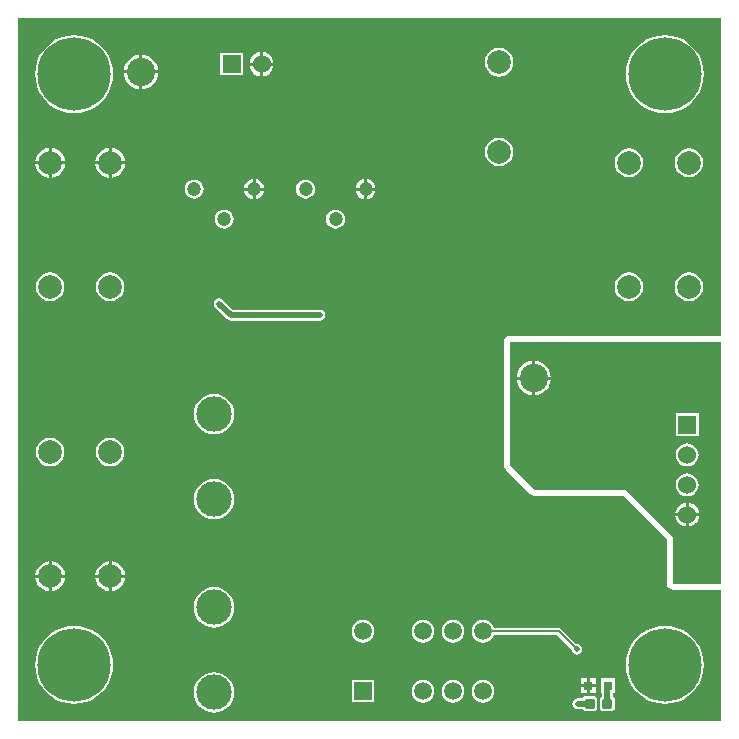
<source format=gbl>
G04*
G04 #@! TF.GenerationSoftware,Altium Limited,Altium Designer,20.1.11 (218)*
G04*
G04 Layer_Physical_Order=2*
G04 Layer_Color=16711680*
%FSLAX24Y24*%
%MOIN*%
G70*
G04*
G04 #@! TF.SameCoordinates,CE7CCB8B-9279-4727-9A7C-73EE909CC9FE*
G04*
G04*
G04 #@! TF.FilePolarity,Positive*
G04*
G01*
G75*
%ADD17C,0.0080*%
G04:AMPARAMS|DCode=20|XSize=35mil|YSize=34mil|CornerRadius=6mil|HoleSize=0mil|Usage=FLASHONLY|Rotation=180.000|XOffset=0mil|YOffset=0mil|HoleType=Round|Shape=RoundedRectangle|*
%AMROUNDEDRECTD20*
21,1,0.0350,0.0221,0,0,180.0*
21,1,0.0231,0.0340,0,0,180.0*
1,1,0.0119,-0.0116,0.0111*
1,1,0.0119,0.0116,0.0111*
1,1,0.0119,0.0116,-0.0111*
1,1,0.0119,-0.0116,-0.0111*
%
%ADD20ROUNDEDRECTD20*%
%ADD75R,0.0315X0.0315*%
%ADD85C,0.0200*%
%ADD86C,0.0600*%
%ADD87R,0.0600X0.0600*%
%ADD88C,0.0787*%
%ADD89C,0.2441*%
%ADD90C,0.0472*%
%ADD91C,0.0945*%
%ADD92C,0.0591*%
%ADD93R,0.0591X0.0591*%
%ADD94R,0.0600X0.0600*%
%ADD95C,0.1181*%
%ADD96C,0.0197*%
G36*
X23542Y4669D02*
X21928Y4669D01*
X21928Y6239D01*
X20363Y7804D01*
X17299Y7804D01*
X16490Y8613D01*
X16490Y12739D01*
X23542D01*
Y4669D01*
D02*
G37*
G36*
Y12943D02*
X16490D01*
X16412Y12928D01*
X16345Y12884D01*
X16301Y12817D01*
X16286Y12739D01*
X16286Y8613D01*
Y8613D01*
Y8613D01*
X16292Y8582D01*
X16301Y8535D01*
X16301Y8535D01*
Y8535D01*
X16314Y8516D01*
X16345Y8469D01*
X16345Y8469D01*
X17154Y7660D01*
X17154Y7660D01*
X17221Y7616D01*
X17221D01*
X17221Y7616D01*
X17247Y7610D01*
X17299Y7600D01*
X20279Y7600D01*
X21724Y6155D01*
X21724Y4669D01*
X21727Y4654D01*
X21739Y4591D01*
X21784Y4525D01*
X21784D01*
Y4525D01*
X21850Y4481D01*
X21912Y4468D01*
X21928Y4465D01*
X21928D01*
D01*
D01*
X23542Y4465D01*
Y80D01*
X80D01*
X80Y23542D01*
X23542D01*
Y12943D01*
D02*
G37*
%LPC*%
G36*
X17333Y12097D02*
Y11576D01*
X17854D01*
X17841Y11675D01*
X17783Y11815D01*
X17691Y11934D01*
X17572Y12026D01*
X17433Y12084D01*
X17333Y12097D01*
D02*
G37*
G36*
X17233D02*
X17134Y12084D01*
X16994Y12026D01*
X16875Y11934D01*
X16783Y11815D01*
X16725Y11675D01*
X16712Y11576D01*
X17233D01*
Y12097D01*
D02*
G37*
G36*
X17854Y11476D02*
X17333D01*
Y10955D01*
X17433Y10968D01*
X17572Y11026D01*
X17691Y11118D01*
X17783Y11237D01*
X17841Y11377D01*
X17854Y11476D01*
D02*
G37*
G36*
X17233D02*
X16712D01*
X16725Y11377D01*
X16783Y11237D01*
X16875Y11118D01*
X16994Y11026D01*
X17134Y10968D01*
X17233Y10955D01*
Y11476D01*
D02*
G37*
G36*
X22780Y10350D02*
X22020D01*
Y9590D01*
X22780D01*
Y10350D01*
D02*
G37*
G36*
X22400Y9353D02*
X22301Y9340D01*
X22208Y9302D01*
X22129Y9241D01*
X22068Y9162D01*
X22030Y9069D01*
X22017Y8970D01*
X22030Y8871D01*
X22068Y8778D01*
X22129Y8699D01*
X22208Y8638D01*
X22301Y8600D01*
X22400Y8587D01*
X22499Y8600D01*
X22592Y8638D01*
X22671Y8699D01*
X22732Y8778D01*
X22770Y8871D01*
X22783Y8970D01*
X22770Y9069D01*
X22732Y9162D01*
X22671Y9241D01*
X22592Y9302D01*
X22499Y9340D01*
X22400Y9353D01*
D02*
G37*
G36*
Y8353D02*
X22301Y8340D01*
X22208Y8302D01*
X22129Y8241D01*
X22068Y8162D01*
X22030Y8069D01*
X22017Y7970D01*
X22030Y7871D01*
X22068Y7778D01*
X22129Y7699D01*
X22208Y7638D01*
X22301Y7600D01*
X22400Y7587D01*
X22499Y7600D01*
X22592Y7638D01*
X22671Y7699D01*
X22732Y7778D01*
X22770Y7871D01*
X22783Y7970D01*
X22770Y8069D01*
X22732Y8162D01*
X22671Y8241D01*
X22592Y8302D01*
X22499Y8340D01*
X22400Y8353D01*
D02*
G37*
G36*
X22450Y7371D02*
Y7024D01*
X22797D01*
X22790Y7078D01*
X22749Y7176D01*
X22685Y7259D01*
X22602Y7323D01*
X22504Y7364D01*
X22450Y7371D01*
D02*
G37*
G36*
X22350D02*
X22296Y7364D01*
X22198Y7323D01*
X22115Y7259D01*
X22051Y7176D01*
X22010Y7078D01*
X22003Y7024D01*
X22350D01*
Y7371D01*
D02*
G37*
G36*
X22797Y6924D02*
X22450D01*
Y6577D01*
X22504Y6584D01*
X22602Y6625D01*
X22685Y6689D01*
X22749Y6772D01*
X22790Y6870D01*
X22797Y6924D01*
D02*
G37*
G36*
X22350D02*
X22003D01*
X22010Y6870D01*
X22051Y6772D01*
X22115Y6689D01*
X22198Y6625D01*
X22296Y6584D01*
X22350Y6577D01*
Y6924D01*
D02*
G37*
G36*
X8260Y22388D02*
Y22042D01*
X8607D01*
X8600Y22096D01*
X8559Y22193D01*
X8495Y22277D01*
X8412Y22341D01*
X8314Y22381D01*
X8260Y22388D01*
D02*
G37*
G36*
X8160Y22388D02*
X8105Y22381D01*
X8008Y22341D01*
X7925Y22277D01*
X7860Y22193D01*
X7820Y22096D01*
X7813Y22042D01*
X8160D01*
Y22388D01*
D02*
G37*
G36*
X4242Y22301D02*
Y21780D01*
X4763D01*
X4750Y21879D01*
X4692Y22018D01*
X4600Y22138D01*
X4481Y22230D01*
X4341Y22287D01*
X4242Y22301D01*
D02*
G37*
G36*
X4142D02*
X4042Y22287D01*
X3903Y22230D01*
X3784Y22138D01*
X3692Y22018D01*
X3634Y21879D01*
X3621Y21780D01*
X4142D01*
Y22301D01*
D02*
G37*
G36*
X7590Y22372D02*
X6830D01*
Y21612D01*
X7590D01*
Y22372D01*
D02*
G37*
G36*
X8607Y21942D02*
X8260D01*
Y21595D01*
X8314Y21602D01*
X8412Y21642D01*
X8495Y21706D01*
X8559Y21790D01*
X8600Y21887D01*
X8607Y21942D01*
D02*
G37*
G36*
X8160D02*
X7813D01*
X7820Y21887D01*
X7860Y21790D01*
X7925Y21706D01*
X8008Y21642D01*
X8105Y21602D01*
X8160Y21595D01*
Y21942D01*
D02*
G37*
G36*
X16130Y22531D02*
X16007Y22515D01*
X15892Y22467D01*
X15793Y22391D01*
X15717Y22292D01*
X15669Y22177D01*
X15653Y22053D01*
X15669Y21929D01*
X15717Y21814D01*
X15793Y21715D01*
X15892Y21639D01*
X16007Y21592D01*
X16130Y21575D01*
X16254Y21592D01*
X16369Y21639D01*
X16468Y21715D01*
X16544Y21814D01*
X16592Y21929D01*
X16608Y22053D01*
X16592Y22177D01*
X16544Y22292D01*
X16468Y22391D01*
X16369Y22467D01*
X16254Y22515D01*
X16130Y22531D01*
D02*
G37*
G36*
X4763Y21680D02*
X4242D01*
Y21159D01*
X4341Y21172D01*
X4481Y21230D01*
X4600Y21321D01*
X4692Y21441D01*
X4750Y21580D01*
X4763Y21680D01*
D02*
G37*
G36*
X4142D02*
X3621D01*
X3634Y21580D01*
X3692Y21441D01*
X3784Y21321D01*
X3903Y21230D01*
X4042Y21172D01*
X4142Y21159D01*
Y21680D01*
D02*
G37*
G36*
X21654Y22958D02*
X21449Y22942D01*
X21250Y22894D01*
X21061Y22816D01*
X20887Y22709D01*
X20731Y22576D01*
X20598Y22420D01*
X20491Y22246D01*
X20413Y22057D01*
X20365Y21858D01*
X20349Y21654D01*
X20365Y21449D01*
X20413Y21250D01*
X20491Y21061D01*
X20598Y20887D01*
X20731Y20731D01*
X20887Y20598D01*
X21061Y20491D01*
X21250Y20413D01*
X21449Y20365D01*
X21654Y20349D01*
X21858Y20365D01*
X22057Y20413D01*
X22246Y20491D01*
X22420Y20598D01*
X22576Y20731D01*
X22709Y20887D01*
X22816Y21061D01*
X22894Y21250D01*
X22942Y21449D01*
X22958Y21654D01*
X22942Y21858D01*
X22894Y22057D01*
X22816Y22246D01*
X22709Y22420D01*
X22576Y22576D01*
X22420Y22709D01*
X22246Y22816D01*
X22057Y22894D01*
X21858Y22942D01*
X21654Y22958D01*
D02*
G37*
G36*
X1969D02*
X1764Y22942D01*
X1565Y22894D01*
X1376Y22816D01*
X1202Y22709D01*
X1046Y22576D01*
X913Y22420D01*
X806Y22246D01*
X728Y22057D01*
X680Y21858D01*
X664Y21654D01*
X680Y21449D01*
X728Y21250D01*
X806Y21061D01*
X913Y20887D01*
X1046Y20731D01*
X1202Y20598D01*
X1376Y20491D01*
X1565Y20413D01*
X1764Y20365D01*
X1969Y20349D01*
X2173Y20365D01*
X2372Y20413D01*
X2561Y20491D01*
X2735Y20598D01*
X2891Y20731D01*
X3024Y20887D01*
X3131Y21061D01*
X3209Y21250D01*
X3257Y21449D01*
X3273Y21654D01*
X3257Y21858D01*
X3209Y22057D01*
X3131Y22246D01*
X3024Y22420D01*
X2891Y22576D01*
X2735Y22709D01*
X2561Y22816D01*
X2372Y22894D01*
X2173Y22942D01*
X1969Y22958D01*
D02*
G37*
G36*
X3215Y19192D02*
Y18751D01*
X3657D01*
X3646Y18830D01*
X3597Y18950D01*
X3517Y19053D01*
X3414Y19132D01*
X3294Y19182D01*
X3215Y19192D01*
D02*
G37*
G36*
X1215D02*
Y18751D01*
X1657D01*
X1646Y18830D01*
X1597Y18950D01*
X1517Y19053D01*
X1414Y19132D01*
X1294Y19182D01*
X1215Y19192D01*
D02*
G37*
G36*
X3115D02*
X3036Y19182D01*
X2916Y19132D01*
X2813Y19053D01*
X2734Y18950D01*
X2684Y18830D01*
X2674Y18751D01*
X3115D01*
Y19192D01*
D02*
G37*
G36*
X1115D02*
X1036Y19182D01*
X916Y19132D01*
X813Y19053D01*
X734Y18950D01*
X684Y18830D01*
X674Y18751D01*
X1115D01*
Y19192D01*
D02*
G37*
G36*
X16130Y19539D02*
X16007Y19522D01*
X15892Y19475D01*
X15793Y19399D01*
X15717Y19300D01*
X15669Y19185D01*
X15653Y19061D01*
X15669Y18937D01*
X15717Y18822D01*
X15793Y18723D01*
X15892Y18647D01*
X16007Y18599D01*
X16130Y18583D01*
X16254Y18599D01*
X16369Y18647D01*
X16468Y18723D01*
X16544Y18822D01*
X16592Y18937D01*
X16608Y19061D01*
X16592Y19185D01*
X16544Y19300D01*
X16468Y19399D01*
X16369Y19475D01*
X16254Y19522D01*
X16130Y19539D01*
D02*
G37*
G36*
X22457Y19179D02*
X22333Y19162D01*
X22218Y19115D01*
X22119Y19039D01*
X22043Y18940D01*
X21995Y18824D01*
X21979Y18701D01*
X21995Y18577D01*
X22043Y18462D01*
X22119Y18363D01*
X22218Y18287D01*
X22333Y18239D01*
X22457Y18223D01*
X22580Y18239D01*
X22696Y18287D01*
X22795Y18363D01*
X22870Y18462D01*
X22918Y18577D01*
X22934Y18701D01*
X22918Y18824D01*
X22870Y18940D01*
X22795Y19039D01*
X22696Y19115D01*
X22580Y19162D01*
X22457Y19179D01*
D02*
G37*
G36*
X20457D02*
X20333Y19162D01*
X20218Y19115D01*
X20119Y19039D01*
X20043Y18940D01*
X19995Y18824D01*
X19979Y18701D01*
X19995Y18577D01*
X20043Y18462D01*
X20119Y18363D01*
X20218Y18287D01*
X20333Y18239D01*
X20457Y18223D01*
X20580Y18239D01*
X20696Y18287D01*
X20795Y18363D01*
X20870Y18462D01*
X20918Y18577D01*
X20934Y18701D01*
X20918Y18824D01*
X20870Y18940D01*
X20795Y19039D01*
X20696Y19115D01*
X20580Y19162D01*
X20457Y19179D01*
D02*
G37*
G36*
X3657Y18651D02*
X3215D01*
Y18209D01*
X3294Y18220D01*
X3414Y18270D01*
X3517Y18349D01*
X3597Y18452D01*
X3646Y18572D01*
X3657Y18651D01*
D02*
G37*
G36*
X1657D02*
X1215D01*
Y18209D01*
X1294Y18220D01*
X1414Y18270D01*
X1517Y18349D01*
X1597Y18452D01*
X1646Y18572D01*
X1657Y18651D01*
D02*
G37*
G36*
X3115D02*
X2674D01*
X2684Y18572D01*
X2734Y18452D01*
X2813Y18349D01*
X2916Y18270D01*
X3036Y18220D01*
X3115Y18209D01*
Y18651D01*
D02*
G37*
G36*
X1115D02*
X674D01*
X684Y18572D01*
X734Y18452D01*
X813Y18349D01*
X916Y18270D01*
X1036Y18220D01*
X1115Y18209D01*
Y18651D01*
D02*
G37*
G36*
X11727Y18156D02*
Y17873D01*
X12009D01*
X12004Y17911D01*
X11970Y17993D01*
X11916Y18063D01*
X11846Y18117D01*
X11764Y18151D01*
X11727Y18156D01*
D02*
G37*
G36*
X11627D02*
X11589Y18151D01*
X11507Y18117D01*
X11437Y18063D01*
X11383Y17993D01*
X11349Y17911D01*
X11344Y17873D01*
X11627D01*
Y18156D01*
D02*
G37*
G36*
X8017D02*
Y17873D01*
X8300D01*
X8295Y17911D01*
X8261Y17993D01*
X8207Y18063D01*
X8137Y18117D01*
X8055Y18151D01*
X8017Y18156D01*
D02*
G37*
G36*
X7917D02*
X7879Y18151D01*
X7797Y18117D01*
X7727Y18063D01*
X7673Y17993D01*
X7639Y17911D01*
X7634Y17873D01*
X7917D01*
Y18156D01*
D02*
G37*
G36*
X9677Y18142D02*
X9594Y18132D01*
X9517Y18100D01*
X9451Y18049D01*
X9400Y17983D01*
X9369Y17906D01*
X9358Y17823D01*
X9369Y17741D01*
X9400Y17664D01*
X9451Y17598D01*
X9517Y17547D01*
X9594Y17515D01*
X9677Y17504D01*
X9759Y17515D01*
X9836Y17547D01*
X9902Y17598D01*
X9953Y17664D01*
X9985Y17741D01*
X9996Y17823D01*
X9985Y17906D01*
X9953Y17983D01*
X9902Y18049D01*
X9836Y18100D01*
X9759Y18132D01*
X9677Y18142D01*
D02*
G37*
G36*
X5967D02*
X5884Y18132D01*
X5808Y18100D01*
X5741Y18049D01*
X5691Y17983D01*
X5659Y17906D01*
X5648Y17823D01*
X5659Y17741D01*
X5691Y17664D01*
X5741Y17598D01*
X5808Y17547D01*
X5884Y17515D01*
X5967Y17504D01*
X6050Y17515D01*
X6126Y17547D01*
X6193Y17598D01*
X6243Y17664D01*
X6275Y17741D01*
X6286Y17823D01*
X6275Y17906D01*
X6243Y17983D01*
X6193Y18049D01*
X6126Y18100D01*
X6050Y18132D01*
X5967Y18142D01*
D02*
G37*
G36*
X12009Y17773D02*
X11727D01*
Y17491D01*
X11764Y17496D01*
X11846Y17530D01*
X11916Y17584D01*
X11970Y17654D01*
X12004Y17736D01*
X12009Y17773D01*
D02*
G37*
G36*
X11627D02*
X11344D01*
X11349Y17736D01*
X11383Y17654D01*
X11437Y17584D01*
X11507Y17530D01*
X11589Y17496D01*
X11627Y17491D01*
Y17773D01*
D02*
G37*
G36*
X8300D02*
X8017D01*
Y17491D01*
X8055Y17496D01*
X8137Y17530D01*
X8207Y17584D01*
X8261Y17654D01*
X8295Y17736D01*
X8300Y17773D01*
D02*
G37*
G36*
X7917D02*
X7634D01*
X7639Y17736D01*
X7673Y17654D01*
X7727Y17584D01*
X7797Y17530D01*
X7879Y17496D01*
X7917Y17491D01*
Y17773D01*
D02*
G37*
G36*
X10677Y17142D02*
X10594Y17132D01*
X10517Y17100D01*
X10451Y17049D01*
X10400Y16983D01*
X10369Y16906D01*
X10358Y16823D01*
X10369Y16741D01*
X10400Y16664D01*
X10451Y16598D01*
X10517Y16547D01*
X10594Y16515D01*
X10677Y16504D01*
X10759Y16515D01*
X10836Y16547D01*
X10902Y16598D01*
X10953Y16664D01*
X10985Y16741D01*
X10996Y16823D01*
X10985Y16906D01*
X10953Y16983D01*
X10902Y17049D01*
X10836Y17100D01*
X10759Y17132D01*
X10677Y17142D01*
D02*
G37*
G36*
X6967D02*
X6884Y17132D01*
X6808Y17100D01*
X6741Y17049D01*
X6691Y16983D01*
X6659Y16906D01*
X6648Y16823D01*
X6659Y16741D01*
X6691Y16664D01*
X6741Y16598D01*
X6808Y16547D01*
X6884Y16515D01*
X6967Y16504D01*
X7050Y16515D01*
X7126Y16547D01*
X7193Y16598D01*
X7243Y16664D01*
X7275Y16741D01*
X7286Y16823D01*
X7275Y16906D01*
X7243Y16983D01*
X7193Y17049D01*
X7126Y17100D01*
X7050Y17132D01*
X6967Y17142D01*
D02*
G37*
G36*
X22457Y15045D02*
X22333Y15028D01*
X22218Y14981D01*
X22119Y14905D01*
X22043Y14806D01*
X21995Y14691D01*
X21979Y14567D01*
X21995Y14443D01*
X22043Y14328D01*
X22119Y14229D01*
X22218Y14153D01*
X22333Y14105D01*
X22457Y14089D01*
X22580Y14105D01*
X22696Y14153D01*
X22795Y14229D01*
X22870Y14328D01*
X22918Y14443D01*
X22934Y14567D01*
X22918Y14691D01*
X22870Y14806D01*
X22795Y14905D01*
X22696Y14981D01*
X22580Y15028D01*
X22457Y15045D01*
D02*
G37*
G36*
X20457D02*
X20333Y15028D01*
X20218Y14981D01*
X20119Y14905D01*
X20043Y14806D01*
X19995Y14691D01*
X19979Y14567D01*
X19995Y14443D01*
X20043Y14328D01*
X20119Y14229D01*
X20218Y14153D01*
X20333Y14105D01*
X20457Y14089D01*
X20580Y14105D01*
X20696Y14153D01*
X20795Y14229D01*
X20870Y14328D01*
X20918Y14443D01*
X20934Y14567D01*
X20918Y14691D01*
X20870Y14806D01*
X20795Y14905D01*
X20696Y14981D01*
X20580Y15028D01*
X20457Y15045D01*
D02*
G37*
G36*
X3165D02*
X3042Y15028D01*
X2926Y14981D01*
X2828Y14905D01*
X2752Y14806D01*
X2704Y14691D01*
X2688Y14567D01*
X2704Y14443D01*
X2752Y14328D01*
X2828Y14229D01*
X2926Y14153D01*
X3042Y14105D01*
X3165Y14089D01*
X3289Y14105D01*
X3404Y14153D01*
X3503Y14229D01*
X3579Y14328D01*
X3627Y14443D01*
X3643Y14567D01*
X3627Y14691D01*
X3579Y14806D01*
X3503Y14905D01*
X3404Y14981D01*
X3289Y15028D01*
X3165Y15045D01*
D02*
G37*
G36*
X1165D02*
X1042Y15028D01*
X926Y14981D01*
X828Y14905D01*
X752Y14806D01*
X704Y14691D01*
X688Y14567D01*
X704Y14443D01*
X752Y14328D01*
X828Y14229D01*
X926Y14153D01*
X1042Y14105D01*
X1165Y14089D01*
X1289Y14105D01*
X1404Y14153D01*
X1503Y14229D01*
X1579Y14328D01*
X1627Y14443D01*
X1643Y14567D01*
X1627Y14691D01*
X1579Y14806D01*
X1503Y14905D01*
X1404Y14981D01*
X1289Y15028D01*
X1165Y15045D01*
D02*
G37*
G36*
X6803Y14190D02*
X6733Y14176D01*
X6673Y14137D01*
X6634Y14077D01*
X6620Y14007D01*
X6634Y13937D01*
X6673Y13877D01*
X7058Y13493D01*
X7117Y13453D01*
X7129Y13451D01*
X7188Y13439D01*
X10152D01*
X10223Y13453D01*
X10282Y13493D01*
X10322Y13552D01*
X10336Y13623D01*
X10322Y13693D01*
X10282Y13752D01*
X10223Y13792D01*
X10152Y13806D01*
X7264D01*
X6933Y14137D01*
X6873Y14176D01*
X6803Y14190D01*
D02*
G37*
G36*
X6630Y10994D02*
X6499Y10981D01*
X6372Y10943D01*
X6256Y10880D01*
X6154Y10797D01*
X6070Y10695D01*
X6008Y10578D01*
X5969Y10452D01*
X5957Y10320D01*
X5969Y10189D01*
X6008Y10062D01*
X6070Y9946D01*
X6154Y9844D01*
X6256Y9760D01*
X6372Y9698D01*
X6499Y9659D01*
X6630Y9646D01*
X6762Y9659D01*
X6888Y9698D01*
X7005Y9760D01*
X7107Y9844D01*
X7191Y9946D01*
X7253Y10062D01*
X7291Y10189D01*
X7304Y10320D01*
X7291Y10452D01*
X7253Y10578D01*
X7191Y10695D01*
X7107Y10797D01*
X7005Y10880D01*
X6888Y10943D01*
X6762Y10981D01*
X6630Y10994D01*
D02*
G37*
G36*
X3165Y9533D02*
X3042Y9517D01*
X2926Y9469D01*
X2828Y9393D01*
X2752Y9294D01*
X2704Y9179D01*
X2688Y9055D01*
X2704Y8931D01*
X2752Y8816D01*
X2828Y8717D01*
X2926Y8641D01*
X3042Y8594D01*
X3165Y8577D01*
X3289Y8594D01*
X3404Y8641D01*
X3503Y8717D01*
X3579Y8816D01*
X3627Y8931D01*
X3643Y9055D01*
X3627Y9179D01*
X3579Y9294D01*
X3503Y9393D01*
X3404Y9469D01*
X3289Y9517D01*
X3165Y9533D01*
D02*
G37*
G36*
X1165D02*
X1042Y9517D01*
X926Y9469D01*
X828Y9393D01*
X752Y9294D01*
X704Y9179D01*
X688Y9055D01*
X704Y8931D01*
X752Y8816D01*
X828Y8717D01*
X926Y8641D01*
X1042Y8594D01*
X1165Y8577D01*
X1289Y8594D01*
X1404Y8641D01*
X1503Y8717D01*
X1579Y8816D01*
X1627Y8931D01*
X1643Y9055D01*
X1627Y9179D01*
X1579Y9294D01*
X1503Y9393D01*
X1404Y9469D01*
X1289Y9517D01*
X1165Y9533D01*
D02*
G37*
G36*
X6630Y8159D02*
X6499Y8146D01*
X6372Y8108D01*
X6256Y8046D01*
X6154Y7962D01*
X6070Y7860D01*
X6008Y7743D01*
X5969Y7617D01*
X5957Y7486D01*
X5969Y7354D01*
X6008Y7228D01*
X6070Y7111D01*
X6154Y7009D01*
X6256Y6925D01*
X6372Y6863D01*
X6499Y6825D01*
X6630Y6812D01*
X6762Y6825D01*
X6888Y6863D01*
X7005Y6925D01*
X7107Y7009D01*
X7191Y7111D01*
X7253Y7228D01*
X7291Y7354D01*
X7304Y7486D01*
X7291Y7617D01*
X7253Y7743D01*
X7191Y7860D01*
X7107Y7962D01*
X7005Y8046D01*
X6888Y8108D01*
X6762Y8146D01*
X6630Y8159D01*
D02*
G37*
G36*
X3215Y5413D02*
Y4971D01*
X3657D01*
X3646Y5050D01*
X3597Y5170D01*
X3517Y5273D01*
X3414Y5353D01*
X3294Y5402D01*
X3215Y5413D01*
D02*
G37*
G36*
X1215D02*
Y4971D01*
X1657D01*
X1646Y5050D01*
X1597Y5170D01*
X1517Y5273D01*
X1414Y5353D01*
X1294Y5402D01*
X1215Y5413D01*
D02*
G37*
G36*
X3115Y5413D02*
X3036Y5402D01*
X2916Y5353D01*
X2813Y5273D01*
X2734Y5170D01*
X2684Y5050D01*
X2674Y4971D01*
X3115D01*
Y5413D01*
D02*
G37*
G36*
X1115D02*
X1036Y5402D01*
X916Y5353D01*
X813Y5273D01*
X734Y5170D01*
X684Y5050D01*
X674Y4971D01*
X1115D01*
Y5413D01*
D02*
G37*
G36*
X3115Y4871D02*
X2674D01*
X2684Y4792D01*
X2734Y4672D01*
X2813Y4569D01*
X2916Y4490D01*
X3036Y4440D01*
X3115Y4430D01*
Y4871D01*
D02*
G37*
G36*
X1115D02*
X674D01*
X684Y4792D01*
X734Y4672D01*
X813Y4569D01*
X916Y4490D01*
X1036Y4440D01*
X1115Y4430D01*
Y4871D01*
D02*
G37*
G36*
X3657D02*
X3215D01*
Y4430D01*
X3294Y4440D01*
X3414Y4490D01*
X3517Y4569D01*
X3597Y4672D01*
X3646Y4792D01*
X3657Y4871D01*
D02*
G37*
G36*
X1657D02*
X1215D01*
Y4430D01*
X1294Y4440D01*
X1414Y4490D01*
X1517Y4569D01*
X1597Y4672D01*
X1646Y4792D01*
X1657Y4871D01*
D02*
G37*
G36*
X6630Y4557D02*
X6499Y4544D01*
X6372Y4506D01*
X6256Y4443D01*
X6154Y4359D01*
X6070Y4257D01*
X6008Y4141D01*
X5969Y4014D01*
X5957Y3883D01*
X5969Y3752D01*
X6008Y3625D01*
X6070Y3509D01*
X6154Y3407D01*
X6256Y3323D01*
X6372Y3261D01*
X6499Y3222D01*
X6630Y3209D01*
X6762Y3222D01*
X6888Y3261D01*
X7005Y3323D01*
X7107Y3407D01*
X7191Y3509D01*
X7253Y3625D01*
X7291Y3752D01*
X7304Y3883D01*
X7291Y4014D01*
X7253Y4141D01*
X7191Y4257D01*
X7107Y4359D01*
X7005Y4443D01*
X6888Y4506D01*
X6762Y4544D01*
X6630Y4557D01*
D02*
G37*
G36*
X14594Y3464D02*
X14496Y3451D01*
X14405Y3414D01*
X14327Y3353D01*
X14267Y3275D01*
X14229Y3184D01*
X14216Y3086D01*
X14229Y2988D01*
X14267Y2897D01*
X14327Y2818D01*
X14405Y2758D01*
X14496Y2720D01*
X14594Y2707D01*
X14692Y2720D01*
X14784Y2758D01*
X14862Y2818D01*
X14922Y2897D01*
X14960Y2988D01*
X14973Y3086D01*
X14960Y3184D01*
X14922Y3275D01*
X14862Y3353D01*
X14784Y3414D01*
X14692Y3451D01*
X14594Y3464D01*
D02*
G37*
G36*
X13594D02*
X13496Y3451D01*
X13405Y3414D01*
X13327Y3353D01*
X13267Y3275D01*
X13229Y3184D01*
X13216Y3086D01*
X13229Y2988D01*
X13267Y2897D01*
X13327Y2818D01*
X13405Y2758D01*
X13496Y2720D01*
X13594Y2707D01*
X13692Y2720D01*
X13784Y2758D01*
X13862Y2818D01*
X13922Y2897D01*
X13960Y2988D01*
X13973Y3086D01*
X13960Y3184D01*
X13922Y3275D01*
X13862Y3353D01*
X13784Y3414D01*
X13692Y3451D01*
X13594Y3464D01*
D02*
G37*
G36*
X11594D02*
X11496Y3451D01*
X11405Y3414D01*
X11327Y3353D01*
X11267Y3275D01*
X11229Y3184D01*
X11216Y3086D01*
X11229Y2988D01*
X11267Y2897D01*
X11327Y2818D01*
X11405Y2758D01*
X11496Y2720D01*
X11594Y2707D01*
X11692Y2720D01*
X11784Y2758D01*
X11862Y2818D01*
X11922Y2897D01*
X11960Y2988D01*
X11973Y3086D01*
X11960Y3184D01*
X11922Y3275D01*
X11862Y3353D01*
X11784Y3414D01*
X11692Y3451D01*
X11594Y3464D01*
D02*
G37*
G36*
X15594D02*
X15496Y3451D01*
X15405Y3414D01*
X15327Y3353D01*
X15267Y3275D01*
X15229Y3184D01*
X15216Y3086D01*
X15229Y2988D01*
X15267Y2897D01*
X15327Y2818D01*
X15405Y2758D01*
X15496Y2720D01*
X15594Y2707D01*
X15692Y2720D01*
X15784Y2758D01*
X15862Y2818D01*
X15922Y2897D01*
X15950Y2963D01*
X18060D01*
X18533Y2490D01*
X18532Y2483D01*
X18546Y2413D01*
X18585Y2354D01*
X18644Y2315D01*
X18714Y2301D01*
X18783Y2315D01*
X18842Y2354D01*
X18882Y2413D01*
X18896Y2483D01*
X18882Y2553D01*
X18842Y2612D01*
X18783Y2651D01*
X18714Y2665D01*
X18706Y2664D01*
X18197Y3172D01*
X18158Y3199D01*
X18111Y3208D01*
X15950D01*
X15922Y3275D01*
X15862Y3353D01*
X15784Y3414D01*
X15692Y3451D01*
X15594Y3464D01*
D02*
G37*
G36*
X19367Y1530D02*
X19159D01*
Y1322D01*
X19367D01*
Y1530D01*
D02*
G37*
G36*
X19059D02*
X18852D01*
Y1322D01*
X19059D01*
Y1530D01*
D02*
G37*
G36*
X19367Y1222D02*
X19159D01*
Y1015D01*
X19367D01*
Y1222D01*
D02*
G37*
G36*
X19059D02*
X18852D01*
Y1015D01*
X19059D01*
Y1222D01*
D02*
G37*
G36*
X11970Y1461D02*
X11219D01*
Y711D01*
X11970D01*
Y1461D01*
D02*
G37*
G36*
X15594Y1464D02*
X15496Y1451D01*
X15405Y1414D01*
X15327Y1353D01*
X15267Y1275D01*
X15229Y1184D01*
X15216Y1086D01*
X15229Y988D01*
X15267Y897D01*
X15327Y818D01*
X15405Y758D01*
X15496Y720D01*
X15594Y707D01*
X15692Y720D01*
X15784Y758D01*
X15862Y818D01*
X15922Y897D01*
X15960Y988D01*
X15973Y1086D01*
X15960Y1184D01*
X15922Y1275D01*
X15862Y1353D01*
X15784Y1414D01*
X15692Y1451D01*
X15594Y1464D01*
D02*
G37*
G36*
X14594D02*
X14496Y1451D01*
X14405Y1414D01*
X14327Y1353D01*
X14267Y1275D01*
X14229Y1184D01*
X14216Y1086D01*
X14229Y988D01*
X14267Y897D01*
X14327Y818D01*
X14405Y758D01*
X14496Y720D01*
X14594Y707D01*
X14692Y720D01*
X14784Y758D01*
X14862Y818D01*
X14922Y897D01*
X14960Y988D01*
X14973Y1086D01*
X14960Y1184D01*
X14922Y1275D01*
X14862Y1353D01*
X14784Y1414D01*
X14692Y1451D01*
X14594Y1464D01*
D02*
G37*
G36*
X13594D02*
X13496Y1451D01*
X13405Y1414D01*
X13327Y1353D01*
X13267Y1275D01*
X13229Y1184D01*
X13216Y1086D01*
X13229Y988D01*
X13267Y897D01*
X13327Y818D01*
X13405Y758D01*
X13496Y720D01*
X13594Y707D01*
X13692Y720D01*
X13784Y758D01*
X13862Y818D01*
X13922Y897D01*
X13960Y988D01*
X13973Y1086D01*
X13960Y1184D01*
X13922Y1275D01*
X13862Y1353D01*
X13784Y1414D01*
X13692Y1451D01*
X13594Y1464D01*
D02*
G37*
G36*
X21654Y3273D02*
X21449Y3257D01*
X21250Y3209D01*
X21061Y3131D01*
X20887Y3024D01*
X20731Y2891D01*
X20598Y2735D01*
X20491Y2561D01*
X20413Y2372D01*
X20365Y2173D01*
X20349Y1969D01*
X20365Y1764D01*
X20413Y1565D01*
X20491Y1376D01*
X20598Y1202D01*
X20731Y1046D01*
X20887Y913D01*
X21061Y806D01*
X21250Y728D01*
X21449Y680D01*
X21654Y664D01*
X21858Y680D01*
X22057Y728D01*
X22246Y806D01*
X22420Y913D01*
X22576Y1046D01*
X22709Y1202D01*
X22816Y1376D01*
X22894Y1565D01*
X22942Y1764D01*
X22958Y1969D01*
X22942Y2173D01*
X22894Y2372D01*
X22816Y2561D01*
X22709Y2735D01*
X22576Y2891D01*
X22420Y3024D01*
X22246Y3131D01*
X22057Y3209D01*
X21858Y3257D01*
X21654Y3273D01*
D02*
G37*
G36*
X1969D02*
X1764Y3257D01*
X1565Y3209D01*
X1376Y3131D01*
X1202Y3024D01*
X1046Y2891D01*
X913Y2735D01*
X806Y2561D01*
X728Y2372D01*
X680Y2173D01*
X664Y1969D01*
X680Y1764D01*
X728Y1565D01*
X806Y1376D01*
X913Y1202D01*
X1046Y1046D01*
X1202Y913D01*
X1376Y806D01*
X1565Y728D01*
X1764Y680D01*
X1969Y664D01*
X2173Y680D01*
X2372Y728D01*
X2561Y806D01*
X2735Y913D01*
X2891Y1046D01*
X3024Y1202D01*
X3131Y1376D01*
X3209Y1565D01*
X3257Y1764D01*
X3273Y1969D01*
X3257Y2173D01*
X3209Y2372D01*
X3131Y2561D01*
X3024Y2735D01*
X2891Y2891D01*
X2735Y3024D01*
X2561Y3131D01*
X2372Y3209D01*
X2173Y3257D01*
X1969Y3273D01*
D02*
G37*
G36*
X19996Y1510D02*
X19521D01*
Y1035D01*
X19555D01*
Y906D01*
X19522Y884D01*
X19492Y838D01*
X19481Y783D01*
Y562D01*
X19492Y508D01*
X19522Y462D01*
X19569Y431D01*
X19623Y420D01*
X19854D01*
X19908Y431D01*
X19955Y462D01*
X19985Y508D01*
X19996Y562D01*
Y783D01*
X19985Y838D01*
X19955Y884D01*
X19922Y906D01*
Y1035D01*
X19996D01*
Y1510D01*
D02*
G37*
G36*
X19264Y926D02*
X19033D01*
X18979Y915D01*
X18932Y884D01*
X18910Y850D01*
X18753D01*
X18683Y837D01*
X18623Y797D01*
X18619Y790D01*
X18618Y790D01*
X18579Y731D01*
X18565Y661D01*
X18579Y591D01*
X18618Y532D01*
X18677Y493D01*
X18747Y479D01*
X18769Y483D01*
X18918D01*
X18932Y462D01*
X18979Y431D01*
X19033Y420D01*
X19264D01*
X19318Y431D01*
X19365Y462D01*
X19395Y508D01*
X19406Y562D01*
Y783D01*
X19395Y838D01*
X19365Y884D01*
X19318Y915D01*
X19264Y926D01*
D02*
G37*
G36*
X6630Y1722D02*
X6499Y1709D01*
X6372Y1671D01*
X6256Y1609D01*
X6154Y1525D01*
X6070Y1423D01*
X6008Y1306D01*
X5969Y1180D01*
X5957Y1048D01*
X5969Y917D01*
X6008Y791D01*
X6070Y674D01*
X6154Y572D01*
X6256Y488D01*
X6372Y426D01*
X6499Y388D01*
X6630Y375D01*
X6762Y388D01*
X6888Y426D01*
X7005Y488D01*
X7107Y572D01*
X7191Y674D01*
X7253Y791D01*
X7291Y917D01*
X7304Y1048D01*
X7291Y1180D01*
X7253Y1306D01*
X7191Y1423D01*
X7107Y1525D01*
X7005Y1609D01*
X6888Y1671D01*
X6762Y1709D01*
X6630Y1722D01*
D02*
G37*
%LPD*%
D17*
X15594Y3086D02*
X18111D01*
X18714Y2483D01*
X19738Y1252D02*
X19759Y1272D01*
X19097Y1260D02*
X19109Y1272D01*
X19142Y667D02*
X19148Y673D01*
X18747Y661D02*
X18753Y667D01*
D20*
X19148Y673D02*
D03*
X19738D02*
D03*
D75*
X19759Y1272D02*
D03*
X19109D02*
D03*
D85*
X19738Y673D02*
Y1252D01*
X18753Y667D02*
X19142D01*
X7188Y13623D02*
X10152D01*
X6803Y14007D02*
X7188Y13623D01*
D86*
X8210Y21992D02*
D03*
X22400Y8970D02*
D03*
Y7970D02*
D03*
Y6974D02*
D03*
D87*
X7210Y21992D02*
D03*
D88*
X16130Y19061D02*
D03*
Y22053D02*
D03*
X22457Y14567D02*
D03*
X20457D02*
D03*
X1165Y4921D02*
D03*
X3165D02*
D03*
Y14567D02*
D03*
X1165D02*
D03*
Y18701D02*
D03*
X3165D02*
D03*
X1165Y9055D02*
D03*
X3165D02*
D03*
X22457Y18701D02*
D03*
X20457D02*
D03*
D89*
X1969Y21654D02*
D03*
X21654D02*
D03*
Y1969D02*
D03*
X1969D02*
D03*
D90*
X9677Y17823D02*
D03*
X11677D02*
D03*
X10677Y16823D02*
D03*
X5967Y17823D02*
D03*
X7967D02*
D03*
X6967Y16823D02*
D03*
D91*
X17283Y11526D02*
D03*
X4192Y21730D02*
D03*
D92*
X11594Y3086D02*
D03*
X13594D02*
D03*
X14594D02*
D03*
X15594D02*
D03*
Y1086D02*
D03*
X14594D02*
D03*
X13594D02*
D03*
D93*
X11594D02*
D03*
D94*
X22400Y9970D02*
D03*
D95*
X6630Y10320D02*
D03*
Y7486D02*
D03*
Y3883D02*
D03*
Y1048D02*
D03*
D96*
X18680Y1280D02*
D03*
X17764Y4649D02*
D03*
X10590Y14640D02*
D03*
X18830Y4170D02*
D03*
X5012Y11823D02*
D03*
X18145Y17629D02*
D03*
X18134Y15421D02*
D03*
X10280Y15915D02*
D03*
X23267Y6259D02*
D03*
X22334Y6237D02*
D03*
X23254Y7244D02*
D03*
X21471Y7209D02*
D03*
X21195Y6073D02*
D03*
X21551D02*
D03*
X9296Y3278D02*
D03*
X9060Y3041D02*
D03*
X8824Y3278D02*
D03*
X9532Y3041D02*
D03*
X8587D02*
D03*
X10129Y8592D02*
D03*
X10485D02*
D03*
X10498Y7013D02*
D03*
X10142D02*
D03*
X9542Y7958D02*
D03*
Y7602D02*
D03*
X11605Y6830D02*
D03*
Y6474D02*
D03*
X9812Y5931D02*
D03*
X8795Y5960D02*
D03*
X9151D02*
D03*
X12963Y14971D02*
D03*
Y13972D02*
D03*
Y13616D02*
D03*
Y14615D02*
D03*
X18747Y661D02*
D03*
X15847Y16350D02*
D03*
X17020Y7220D02*
D03*
X11888Y22516D02*
D03*
X8550Y12870D02*
D03*
X10152Y13623D02*
D03*
X10738Y15411D02*
D03*
X6803Y14007D02*
D03*
X6977Y15363D02*
D03*
X6823Y14625D02*
D03*
X5665Y13240D02*
D03*
X17030Y8330D02*
D03*
X17386Y15655D02*
D03*
X15847Y14151D02*
D03*
X18849Y11114D02*
D03*
Y12059D02*
D03*
X18613Y11351D02*
D03*
X18849Y11587D02*
D03*
X18613Y11823D02*
D03*
X19574Y3884D02*
D03*
X18714Y2483D02*
D03*
X18837Y7169D02*
D03*
X19827Y8559D02*
D03*
X18837Y8365D02*
D03*
X18711Y1851D02*
D03*
M02*

</source>
